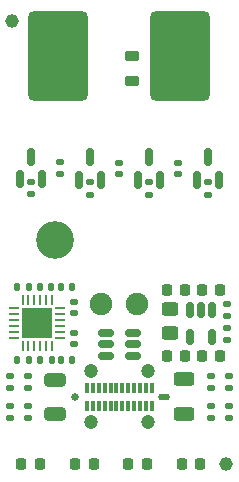
<source format=gbr>
%TF.GenerationSoftware,KiCad,Pcbnew,(6.0.9)*%
%TF.CreationDate,2022-12-23T14:19:27+01:00*%
%TF.ProjectId,Gigaset-Debug-Adapter,47696761-7365-4742-9d44-656275672d41,rev?*%
%TF.SameCoordinates,Original*%
%TF.FileFunction,Soldermask,Top*%
%TF.FilePolarity,Negative*%
%FSLAX46Y46*%
G04 Gerber Fmt 4.6, Leading zero omitted, Abs format (unit mm)*
G04 Created by KiCad (PCBNEW (6.0.9)) date 2022-12-23 14:19:27*
%MOMM*%
%LPD*%
G01*
G04 APERTURE LIST*
G04 Aperture macros list*
%AMRoundRect*
0 Rectangle with rounded corners*
0 $1 Rounding radius*
0 $2 $3 $4 $5 $6 $7 $8 $9 X,Y pos of 4 corners*
0 Add a 4 corners polygon primitive as box body*
4,1,4,$2,$3,$4,$5,$6,$7,$8,$9,$2,$3,0*
0 Add four circle primitives for the rounded corners*
1,1,$1+$1,$2,$3*
1,1,$1+$1,$4,$5*
1,1,$1+$1,$6,$7*
1,1,$1+$1,$8,$9*
0 Add four rect primitives between the rounded corners*
20,1,$1+$1,$2,$3,$4,$5,0*
20,1,$1+$1,$4,$5,$6,$7,0*
20,1,$1+$1,$6,$7,$8,$9,0*
20,1,$1+$1,$8,$9,$2,$3,0*%
G04 Aperture macros list end*
%ADD10RoundRect,0.508000X-2.032000X3.302000X-2.032000X-3.302000X2.032000X-3.302000X2.032000X3.302000X0*%
%ADD11RoundRect,0.062500X0.350000X0.062500X-0.350000X0.062500X-0.350000X-0.062500X0.350000X-0.062500X0*%
%ADD12RoundRect,0.062500X0.062500X0.350000X-0.062500X0.350000X-0.062500X-0.350000X0.062500X-0.350000X0*%
%ADD13R,2.600000X2.600000*%
%ADD14RoundRect,0.150000X-0.150000X0.512500X-0.150000X-0.512500X0.150000X-0.512500X0.150000X0.512500X0*%
%ADD15RoundRect,0.225000X-0.225000X-0.250000X0.225000X-0.250000X0.225000X0.250000X-0.225000X0.250000X0*%
%ADD16RoundRect,0.135000X0.185000X-0.135000X0.185000X0.135000X-0.185000X0.135000X-0.185000X-0.135000X0*%
%ADD17RoundRect,0.140000X-0.170000X0.140000X-0.170000X-0.140000X0.170000X-0.140000X0.170000X0.140000X0*%
%ADD18RoundRect,0.135000X-0.185000X0.135000X-0.185000X-0.135000X0.185000X-0.135000X0.185000X0.135000X0*%
%ADD19RoundRect,0.218750X-0.381250X0.218750X-0.381250X-0.218750X0.381250X-0.218750X0.381250X0.218750X0*%
%ADD20RoundRect,0.140000X0.170000X-0.140000X0.170000X0.140000X-0.170000X0.140000X-0.170000X-0.140000X0*%
%ADD21RoundRect,0.140000X-0.140000X-0.170000X0.140000X-0.170000X0.140000X0.170000X-0.140000X0.170000X0*%
%ADD22RoundRect,0.225000X0.225000X0.250000X-0.225000X0.250000X-0.225000X-0.250000X0.225000X-0.250000X0*%
%ADD23C,1.900000*%
%ADD24RoundRect,0.218750X-0.218750X-0.256250X0.218750X-0.256250X0.218750X0.256250X-0.218750X0.256250X0*%
%ADD25RoundRect,0.150000X0.150000X-0.587500X0.150000X0.587500X-0.150000X0.587500X-0.150000X-0.587500X0*%
%ADD26C,1.152000*%
%ADD27RoundRect,0.135000X-0.135000X-0.185000X0.135000X-0.185000X0.135000X0.185000X-0.135000X0.185000X0*%
%ADD28RoundRect,0.150000X-0.512500X-0.150000X0.512500X-0.150000X0.512500X0.150000X-0.512500X0.150000X0*%
%ADD29RoundRect,0.140000X0.140000X0.170000X-0.140000X0.170000X-0.140000X-0.170000X0.140000X-0.170000X0*%
%ADD30RoundRect,0.250000X0.625000X-0.312500X0.625000X0.312500X-0.625000X0.312500X-0.625000X-0.312500X0*%
%ADD31RoundRect,0.135000X0.135000X0.185000X-0.135000X0.185000X-0.135000X-0.185000X0.135000X-0.185000X0*%
%ADD32C,0.660000*%
%ADD33O,1.000000X0.580000*%
%ADD34R,0.300000X0.900000*%
%ADD35C,1.200000*%
%ADD36RoundRect,0.250000X0.450000X-0.325000X0.450000X0.325000X-0.450000X0.325000X-0.450000X-0.325000X0*%
%ADD37C,3.200000*%
%ADD38RoundRect,0.250000X0.650000X-0.325000X0.650000X0.325000X-0.650000X0.325000X-0.650000X-0.325000X0*%
G04 APERTURE END LIST*
D10*
%TO.C,TP3*%
X86220000Y-46600000D03*
%TD*%
D11*
%TO.C,U1*%
X76037500Y-70450000D03*
X76037500Y-69950000D03*
X76037500Y-69450000D03*
X76037500Y-68950000D03*
X76037500Y-68450000D03*
X76037500Y-67950000D03*
D12*
X75350000Y-67262500D03*
X74850000Y-67262500D03*
X74350000Y-67262500D03*
X73850000Y-67262500D03*
X73350000Y-67262500D03*
X72850000Y-67262500D03*
D11*
X72162500Y-67950000D03*
X72162500Y-68450000D03*
X72162500Y-68950000D03*
X72162500Y-69450000D03*
X72162500Y-69950000D03*
X72162500Y-70450000D03*
D12*
X72850000Y-71137500D03*
X73350000Y-71137500D03*
X73850000Y-71137500D03*
X74350000Y-71137500D03*
X74850000Y-71137500D03*
X75350000Y-71137500D03*
D13*
X74100000Y-69200000D03*
%TD*%
D14*
%TO.C,U3*%
X88930000Y-68072500D03*
X87980000Y-68072500D03*
X87030000Y-68072500D03*
X87030000Y-70347500D03*
X88930000Y-70347500D03*
%TD*%
D15*
%TO.C,C7*%
X85065000Y-71990000D03*
X86615000Y-71990000D03*
%TD*%
D16*
%TO.C,R4*%
X88800000Y-74710000D03*
X88800000Y-73690000D03*
%TD*%
D17*
%TO.C,C2*%
X77200000Y-70020000D03*
X77200000Y-70980000D03*
%TD*%
D18*
%TO.C,R2*%
X73300000Y-73690000D03*
X73300000Y-74710000D03*
%TD*%
D19*
%TO.C,FB1*%
X82140000Y-46597500D03*
X82140000Y-48722500D03*
%TD*%
D20*
%TO.C,C9*%
X86050000Y-56580000D03*
X86050000Y-55620000D03*
%TD*%
D21*
%TO.C,C6*%
X76120000Y-66100000D03*
X77080000Y-66100000D03*
%TD*%
D22*
%TO.C,C8*%
X89565000Y-72000000D03*
X88015000Y-72000000D03*
%TD*%
D23*
%TO.C,TP2*%
X82542000Y-67599508D03*
%TD*%
D24*
%TO.C,D1*%
X72712500Y-81100000D03*
X74287500Y-81100000D03*
%TD*%
D16*
%TO.C,R3*%
X71800000Y-74710000D03*
X71800000Y-73690000D03*
%TD*%
D17*
%TO.C,C4*%
X77200000Y-67420000D03*
X77200000Y-68380000D03*
%TD*%
D25*
%TO.C,Q3*%
X72600000Y-57000000D03*
X74500000Y-57000000D03*
X73550000Y-55125000D03*
%TD*%
D26*
%TO.C,H4*%
X90100000Y-81100000D03*
%TD*%
D16*
%TO.C,R12*%
X73300000Y-77210000D03*
X73300000Y-76190000D03*
%TD*%
D25*
%TO.C,U4*%
X77600000Y-57037500D03*
X79500000Y-57037500D03*
X78550000Y-55162500D03*
%TD*%
D27*
%TO.C,R8*%
X74290000Y-72300000D03*
X75310000Y-72300000D03*
%TD*%
D16*
%TO.C,R7*%
X71800000Y-77210000D03*
X71800000Y-76190000D03*
%TD*%
D17*
%TO.C,C13*%
X81050000Y-55620000D03*
X81050000Y-56580000D03*
%TD*%
D26*
%TO.C,H3*%
X72000000Y-43600000D03*
%TD*%
D24*
%TO.C,D3*%
X77312500Y-81100000D03*
X78887500Y-81100000D03*
%TD*%
%TO.C,D2*%
X81812500Y-81100000D03*
X83387500Y-81100000D03*
%TD*%
D28*
%TO.C,U2*%
X79904500Y-70050000D03*
X79904500Y-71000000D03*
X79904500Y-71950000D03*
X82179500Y-71950000D03*
X82179500Y-71000000D03*
X82179500Y-70050000D03*
%TD*%
D29*
%TO.C,C5*%
X77080000Y-72300000D03*
X76120000Y-72300000D03*
%TD*%
D30*
%TO.C,R1*%
X86500000Y-76892160D03*
X86500000Y-73967160D03*
%TD*%
D22*
%TO.C,C10*%
X86625000Y-66430000D03*
X85075000Y-66430000D03*
%TD*%
D31*
%TO.C,R14*%
X73410000Y-72300000D03*
X72390000Y-72300000D03*
%TD*%
D23*
%TO.C,TP1*%
X79494000Y-67599508D03*
%TD*%
D18*
%TO.C,R10*%
X83550000Y-57290000D03*
X83550000Y-58310000D03*
%TD*%
D32*
%TO.C,J1*%
X77300000Y-75439660D03*
D33*
X84800000Y-75439660D03*
D34*
X78300000Y-74689660D03*
X78800000Y-74689660D03*
X79300000Y-74689660D03*
X79800000Y-74689660D03*
X80300000Y-74689660D03*
X80800000Y-74689660D03*
X81300000Y-74689660D03*
X81800000Y-74689660D03*
X82300000Y-74689660D03*
X82800000Y-74689660D03*
X83300000Y-74689660D03*
X83800000Y-74689660D03*
X83800000Y-76189660D03*
X83300000Y-76189660D03*
X82800000Y-76189660D03*
X82300000Y-76189660D03*
X81800000Y-76189660D03*
X81300000Y-76189660D03*
X80800000Y-76189660D03*
X80300000Y-76189660D03*
X79800000Y-76189660D03*
X79300000Y-76189660D03*
X78800000Y-76189660D03*
X78300000Y-76189660D03*
D35*
X78650000Y-77589660D03*
X83450000Y-77589660D03*
X83450000Y-73289660D03*
X78650000Y-73289660D03*
%TD*%
D31*
%TO.C,R6*%
X73410000Y-66100000D03*
X72390000Y-66100000D03*
%TD*%
D18*
%TO.C,R17*%
X90150000Y-67580001D03*
X90150000Y-68600001D03*
%TD*%
D25*
%TO.C,Q2*%
X87600000Y-57037500D03*
X89500000Y-57037500D03*
X88550000Y-55162500D03*
%TD*%
D16*
%TO.C,R15*%
X90300000Y-77210000D03*
X90300000Y-76190000D03*
%TD*%
D29*
%TO.C,C3*%
X75280000Y-66100000D03*
X74320000Y-66100000D03*
%TD*%
D36*
%TO.C,L1*%
X85320000Y-70025000D03*
X85320000Y-67975000D03*
%TD*%
D18*
%TO.C,R13*%
X88550000Y-57290000D03*
X88550000Y-58310000D03*
%TD*%
%TO.C,R5*%
X90300000Y-73690000D03*
X90300000Y-74710000D03*
%TD*%
%TO.C,R16*%
X73550000Y-57240000D03*
X73550000Y-58260000D03*
%TD*%
D20*
%TO.C,C11*%
X76050000Y-56530000D03*
X76050000Y-55570000D03*
%TD*%
D37*
%TO.C,H2*%
X75593215Y-62150000D03*
%TD*%
D18*
%TO.C,R9*%
X78550000Y-57290000D03*
X78550000Y-58310000D03*
%TD*%
D10*
%TO.C,TP4*%
X75860000Y-46600000D03*
%TD*%
D38*
%TO.C,C1*%
X75600000Y-76924660D03*
X75600000Y-73974660D03*
%TD*%
D16*
%TO.C,R18*%
X90150000Y-70658058D03*
X90150000Y-69638058D03*
%TD*%
D25*
%TO.C,Q1*%
X82600000Y-57037500D03*
X84500000Y-57037500D03*
X83550000Y-55162500D03*
%TD*%
D24*
%TO.C,D4*%
X86312500Y-81100000D03*
X87887500Y-81100000D03*
%TD*%
D16*
%TO.C,R11*%
X88800000Y-77210000D03*
X88800000Y-76190000D03*
%TD*%
D15*
%TO.C,C12*%
X88045000Y-66430000D03*
X89595000Y-66430000D03*
%TD*%
M02*

</source>
